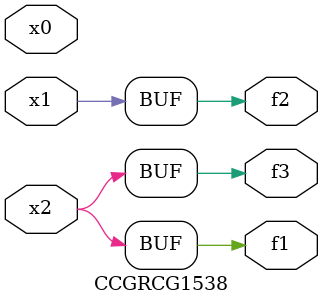
<source format=v>
module CCGRCG1538(
	input x0, x1, x2,
	output f1, f2, f3
);
	assign f1 = x2;
	assign f2 = x1;
	assign f3 = x2;
endmodule

</source>
